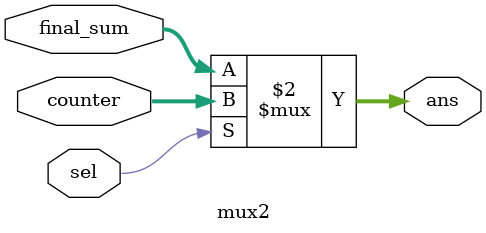
<source format=sv>
module mux2(
input logic [23:0] final_sum,
input logic [23:0] counter,
input logic sel,
output logic [23:0] ans
);

assign ans = (sel == 1) ? counter : final_sum;
endmodule
</source>
